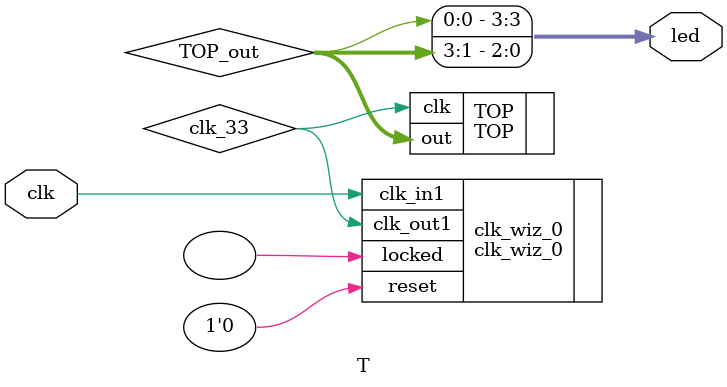
<source format=v>
`timescale 1ns / 1ps


module T(
    input               clk,
    output[3:0]         led
    );
    //clock
    wire                clk_33;
    clk_wiz_0 clk_wiz_0(
        .reset(1'b0),
        .clk_in1(clk),
        .clk_out1(clk_33),
        .locked()
    );
    wire[9:0]           TOP_out;
    TOP TOP(
    .clk(clk_33),
    .out(TOP_out)
    );
    // use leds to show 4 signs of the 10 TOP results. 
    //we don't implement classification method
    assign led[0]=TOP_out[1];
    assign led[1]=TOP_out[2];
    assign led[2]=TOP_out[3];
    assign led[3]=TOP_out[0];
endmodule

</source>
